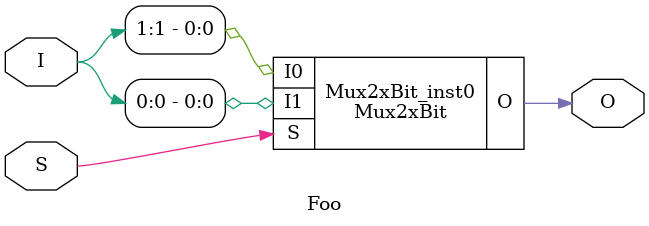
<source format=v>
module Mux2xBit (
    input I0,
    input I1,
    input S,
    output O
);
reg [0:0] coreir_commonlib_mux2x1_inst0_out;
always @(*) begin
if (S == 0) begin
    coreir_commonlib_mux2x1_inst0_out = I0;
end else begin
    coreir_commonlib_mux2x1_inst0_out = I1;
end
end

assign O = coreir_commonlib_mux2x1_inst0_out[0];
endmodule

module Foo (
    input [1:0] I,
    input S,
    output O
);
Mux2xBit Mux2xBit_inst0 (
    .I0(I[1]),
    .I1(I[0]),
    .S(S),
    .O(O)
);
endmodule


</source>
